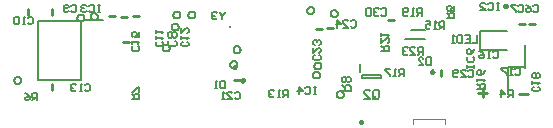
<source format=gbo>
%FSTAX23Y23*%
%MOIN*%
%SFA1B1*%

%IPPOS*%
%ADD10C,0.003940*%
%ADD11C,0.009840*%
%ADD12C,0.010000*%
%ADD13C,0.007870*%
%ADD15C,0.006000*%
%ADD16C,0.005000*%
%ADD106C,0.005120*%
%LNpower_pcb_v2-1*%
%LPD*%
G54D10*
X00958Y01427D02*
D01*
X00958Y01427*
X00958Y01427*
X00958Y01427*
X00958Y01427*
X00958Y01426*
X00958Y01426*
X00958Y01426*
X00958Y01426*
X00958Y01426*
X00958Y01426*
X00958Y01426*
X00958Y01426*
X00959Y01426*
X00959Y01425*
X00959Y01425*
X00959Y01425*
X00959Y01425*
X00959Y01425*
X00959Y01425*
X00959Y01425*
X0096Y01425*
X0096Y01425*
X0096*
X0096Y01425*
X0096Y01425*
X0096Y01425*
X0096Y01425*
X00961Y01425*
X00961Y01425*
X00961Y01425*
X00961Y01425*
X00961Y01426*
X00961Y01426*
X00961Y01426*
X00961Y01426*
X00961Y01426*
X00961Y01426*
X00962Y01426*
X00962Y01426*
X00962Y01426*
X00962Y01427*
X00962Y01427*
X00962Y01427*
X00962Y01427*
X00962Y01427*
D01*
X00962Y01427*
X00962Y01427*
X00962Y01427*
X00962Y01428*
X00962Y01428*
X00962Y01428*
X00962Y01428*
X00961Y01428*
X00961Y01428*
X00961Y01428*
X00961Y01428*
X00961Y01429*
X00961Y01429*
X00961Y01429*
X00961Y01429*
X00961Y01429*
X00961Y01429*
X0096Y01429*
X0096Y01429*
X0096Y01429*
X0096Y01429*
X0096Y01429*
X0096*
X0096Y01429*
X00959Y01429*
X00959Y01429*
X00959Y01429*
X00959Y01429*
X00959Y01429*
X00959Y01429*
X00959Y01429*
X00959Y01429*
X00958Y01429*
X00958Y01428*
X00958Y01428*
X00958Y01428*
X00958Y01428*
X00958Y01428*
X00958Y01428*
X00958Y01428*
X00958Y01428*
X00958Y01427*
X00958Y01427*
X00958Y01427*
X00958Y01427*
X01571Y01101D02*
Y01117D01*
X0168*
Y01101D02*
Y01117D01*
G54D11*
X01641Y01275D02*
D01*
X01641Y01275*
X01641Y01276*
X01641Y01276*
X0164Y01276*
X0164Y01277*
X0164Y01277*
X0164Y01277*
X0164Y01277*
X0164Y01278*
X01639Y01278*
X01639Y01278*
X01639Y01279*
X01639Y01279*
X01638Y01279*
X01638Y01279*
X01638Y01279*
X01638Y01279*
X01637Y0128*
X01637Y0128*
X01637Y0128*
X01636Y0128*
X01636Y0128*
X01636*
X01635Y0128*
X01635Y0128*
X01635Y0128*
X01634Y0128*
X01634Y01279*
X01634Y01279*
X01633Y01279*
X01633Y01279*
X01633Y01279*
X01632Y01279*
X01632Y01278*
X01632Y01278*
X01632Y01278*
X01632Y01277*
X01631Y01277*
X01631Y01277*
X01631Y01277*
X01631Y01276*
X01631Y01276*
X01631Y01276*
X01631Y01275*
X01631Y01275*
X01631Y01275*
X01631Y01274*
X01631Y01274*
X01631Y01273*
X01631Y01273*
X01631Y01273*
X01631Y01273*
X01632Y01272*
X01632Y01272*
X01632Y01272*
X01632Y01271*
X01632Y01271*
X01633Y01271*
X01633Y01271*
X01633Y01271*
X01634Y0127*
X01634Y0127*
X01634Y0127*
X01635Y0127*
X01635Y0127*
X01635Y0127*
X01636Y0127*
X01636*
X01636Y0127*
X01637Y0127*
X01637Y0127*
X01637Y0127*
X01638Y0127*
X01638Y0127*
X01638Y01271*
X01638Y01271*
X01639Y01271*
X01639Y01271*
X01639Y01271*
X01639Y01272*
X0164Y01272*
X0164Y01272*
X0164Y01273*
X0164Y01273*
X0164Y01273*
X0164Y01273*
X01641Y01274*
X01641Y01274*
X01641Y01275*
X01641Y01275*
X01884Y01495D02*
D01*
X01884Y01495*
X01884Y01495*
X01884Y01496*
X01884Y01496*
X01884Y01496*
X01884Y01497*
X01884Y01497*
X01884Y01497*
X01883Y01497*
X01883Y01498*
X01883Y01498*
X01883Y01498*
X01883Y01498*
X01882Y01499*
X01882Y01499*
X01882Y01499*
X01881Y01499*
X01881Y01499*
X01881Y01499*
X0188Y01499*
X0188Y01499*
X0188Y01499*
X01879*
X01879Y01499*
X01879Y01499*
X01878Y01499*
X01878Y01499*
X01878Y01499*
X01877Y01499*
X01877Y01499*
X01877Y01499*
X01876Y01498*
X01876Y01498*
X01876Y01498*
X01876Y01498*
X01876Y01497*
X01875Y01497*
X01875Y01497*
X01875Y01497*
X01875Y01496*
X01875Y01496*
X01875Y01496*
X01875Y01495*
X01875Y01495*
X01875Y01495*
X01875Y01494*
X01875Y01494*
X01875Y01493*
X01875Y01493*
X01875Y01493*
X01875Y01492*
X01875Y01492*
X01875Y01492*
X01876Y01492*
X01876Y01491*
X01876Y01491*
X01876Y01491*
X01876Y01491*
X01877Y0149*
X01877Y0149*
X01877Y0149*
X01878Y0149*
X01878Y0149*
X01878Y0149*
X01879Y0149*
X01879Y0149*
X01879Y0149*
X0188*
X0188Y0149*
X0188Y0149*
X01881Y0149*
X01881Y0149*
X01881Y0149*
X01882Y0149*
X01882Y0149*
X01882Y0149*
X01883Y01491*
X01883Y01491*
X01883Y01491*
X01883Y01491*
X01883Y01492*
X01884Y01492*
X01884Y01492*
X01884Y01492*
X01884Y01493*
X01884Y01493*
X01884Y01493*
X01884Y01494*
X01884Y01494*
X01884Y01495*
X0101Y01247D02*
D01*
X0101Y01248*
X0101Y01248*
X0101Y01248*
X0101Y01249*
X01009Y01249*
X01009Y01249*
X01009Y01249*
X01009Y0125*
X01009Y0125*
X01009Y0125*
X01008Y01251*
X01008Y01251*
X01008Y01251*
X01008Y01251*
X01007Y01251*
X01007Y01252*
X01007Y01252*
X01006Y01252*
X01006Y01252*
X01006Y01252*
X01005Y01252*
X01005Y01252*
X01005*
X01004Y01252*
X01004Y01252*
X01004Y01252*
X01003Y01252*
X01003Y01252*
X01003Y01252*
X01002Y01251*
X01002Y01251*
X01002Y01251*
X01002Y01251*
X01001Y01251*
X01001Y0125*
X01001Y0125*
X01001Y0125*
X01001Y01249*
X01Y01249*
X01Y01249*
X01Y01249*
X01Y01248*
X01Y01248*
X01Y01248*
X01Y01247*
X01Y01247*
X01Y01246*
X01Y01246*
X01Y01246*
X01Y01245*
X01Y01245*
X01001Y01245*
X01001Y01245*
X01001Y01244*
X01001Y01244*
X01001Y01244*
X01002Y01244*
X01002Y01243*
X01002Y01243*
X01002Y01243*
X01003Y01243*
X01003Y01243*
X01003Y01243*
X01004Y01242*
X01004Y01242*
X01004Y01242*
X01005Y01242*
X01005*
X01005Y01242*
X01006Y01242*
X01006Y01242*
X01006Y01243*
X01007Y01243*
X01007Y01243*
X01007Y01243*
X01008Y01243*
X01008Y01243*
X01008Y01244*
X01008Y01244*
X01009Y01244*
X01009Y01244*
X01009Y01245*
X01009Y01245*
X01009Y01245*
X01009Y01245*
X0101Y01246*
X0101Y01246*
X0101Y01246*
X0101Y01247*
X0101Y01247*
G54D12*
X01403Y01107D02*
D01*
X01403Y01108*
X01403Y01108*
X01403Y01108*
X01402Y01109*
X01402Y01109*
X01402Y01109*
X01402Y01109*
X01402Y0111*
X01402Y0111*
X01402Y0111*
X01401Y0111*
X01401Y01111*
X01401Y01111*
X01401Y01111*
X014Y01111*
X014Y01111*
X014Y01111*
X014Y01111*
X01399Y01112*
X01399Y01112*
X01399Y01112*
X01398Y01112*
X01398*
X01398Y01112*
X01397Y01112*
X01397Y01112*
X01397Y01111*
X01397Y01111*
X01396Y01111*
X01396Y01111*
X01396Y01111*
X01396Y01111*
X01395Y01111*
X01395Y0111*
X01395Y0111*
X01395Y0111*
X01395Y0111*
X01394Y01109*
X01394Y01109*
X01394Y01109*
X01394Y01109*
X01394Y01108*
X01394Y01108*
X01394Y01108*
X01394Y01107*
X01394Y01107*
X01394Y01107*
X01394Y01106*
X01394Y01106*
X01394Y01106*
X01394Y01106*
X01394Y01105*
X01395Y01105*
X01395Y01105*
X01395Y01104*
X01395Y01104*
X01395Y01104*
X01396Y01104*
X01396Y01104*
X01396Y01103*
X01396Y01103*
X01397Y01103*
X01397Y01103*
X01397Y01103*
X01397Y01103*
X01398Y01103*
X01398Y01103*
X01398*
X01399Y01103*
X01399Y01103*
X01399Y01103*
X014Y01103*
X014Y01103*
X014Y01103*
X014Y01103*
X01401Y01104*
X01401Y01104*
X01401Y01104*
X01401Y01104*
X01402Y01104*
X01402Y01105*
X01402Y01105*
X01402Y01105*
X01402Y01106*
X01402Y01106*
X01402Y01106*
X01403Y01106*
X01403Y01107*
X01403Y01107*
X01403Y01107*
X01664Y0126D02*
Y0128D01*
X0149Y01449D02*
X0151D01*
X01805Y0119D02*
Y0122D01*
X01925Y012D02*
X01955D01*
X0179Y01205D02*
X0182D01*
X0196Y01434D02*
X0198D01*
X0125Y01419D02*
X0127D01*
X01285Y0142D02*
X01305D01*
X00975Y01249D02*
X00995D01*
X00605Y01374D02*
X00625D01*
X0064Y0146D02*
X0066D01*
X006Y01459D02*
X0062D01*
X0056Y0146D02*
X0058D01*
X0037Y01465D02*
Y01485D01*
X0029Y01465D02*
Y01485D01*
X00369Y01215D02*
Y01235D01*
X01925Y01434D02*
X01945D01*
G54D13*
X00978Y01286D02*
D01*
X00978Y01286*
X00979Y01286*
X00979Y01286*
X00979Y01286*
X0098Y01286*
X0098Y01286*
X0098Y01286*
X0098Y01286*
X0098Y01286*
X00981Y01286*
X00981Y01287*
X00981Y01287*
X00981Y01287*
X00981Y01287*
X00982Y01288*
X00982Y01288*
X00982Y01288*
X00982Y01288*
X00982Y01289*
X00982Y01289*
X00982Y01289*
X00982Y01289*
Y0129*
X00982Y0129*
X00982Y0129*
X00982Y0129*
X00982Y01291*
X00982Y01291*
X00982Y01291*
X00982Y01291*
X00981Y01292*
X00981Y01292*
X00981Y01292*
X00981Y01292*
X00981Y01293*
X0098Y01293*
X0098Y01293*
X0098Y01293*
X0098Y01293*
X0098Y01293*
X00979Y01293*
X00979Y01293*
X00979Y01293*
X00978Y01293*
X00978Y01293*
D01*
X00978Y01293*
X00978Y01293*
X00977Y01293*
X00977Y01293*
X00977Y01293*
X00977Y01293*
X00976Y01293*
X00976Y01293*
X00976Y01293*
X00976Y01293*
X00975Y01292*
X00975Y01292*
X00975Y01292*
X00975Y01292*
X00975Y01291*
X00975Y01291*
X00975Y01291*
X00974Y01291*
X00974Y0129*
X00974Y0129*
X00974Y0129*
X00974Y0129*
Y01289*
X00974Y01289*
X00974Y01289*
X00974Y01289*
X00974Y01288*
X00975Y01288*
X00975Y01288*
X00975Y01288*
X00975Y01287*
X00975Y01287*
X00975Y01287*
X00975Y01287*
X00976Y01286*
X00976Y01286*
X00976Y01286*
X00976Y01286*
X00977Y01286*
X00977Y01286*
X00977Y01286*
X00977Y01286*
X00978Y01286*
X00978Y01286*
X00978Y01286*
X01396Y01276D02*
Y01302D01*
X01403Y01263D02*
X01466D01*
Y01256D02*
Y01263D01*
X01403Y01256D02*
X01466D01*
X01403D02*
Y01263D01*
X01794Y01412D02*
X01885D01*
X01794Y01347D02*
Y01412D01*
Y01347D02*
X01885D01*
X01547Y01384D02*
X01613D01*
X01566Y01415D02*
X01613D01*
X00321Y01446D02*
X00467D01*
X00321Y01249D02*
Y01446D01*
Y01249D02*
X00467D01*
Y01446*
X0048Y01447D02*
X00539D01*
G54D15*
X0144Y0119D02*
Y0121D01*
X01445Y01215*
X01454*
X01459Y0121*
Y0119*
X01454Y01185*
X01445*
X0145Y01195D02*
X0144Y01185D01*
X01445D02*
X0144Y0119D01*
X0141Y01185D02*
X0143D01*
X0141Y01205*
Y0121*
X01415Y01215*
X01425*
X0143Y0121*
X01335Y0121D02*
X01365D01*
Y01225*
X0136Y0123*
X0135*
X01345Y01225*
Y0121*
Y0122D02*
X01335Y0123D01*
X0136Y0124D02*
X01365Y01245D01*
Y01254*
X0136Y01259*
X01355*
X0135Y01254*
X01345Y01259*
X0134*
X01335Y01254*
Y01245*
X0134Y0124*
X01345*
X0135Y01245*
X01355Y0124*
X0136*
X0135Y01245D02*
Y01254D01*
X00779Y01379D02*
X00784Y01374D01*
Y01365*
X00779Y0136*
X0076*
X00755Y01365*
Y01374*
X0076Y01379*
X00779Y01389D02*
X00784Y01394D01*
Y01404*
X00779Y01409*
X00774*
X00769Y01404*
X00765Y01409*
X0076*
X00755Y01404*
Y01394*
X0076Y01389*
X00765*
X00769Y01394*
X00774Y01389*
X00779*
X00769Y01394D02*
Y01404D01*
X00635Y01185D02*
X00659D01*
Y01197*
X00655Y01201*
X00647*
X00643Y01197*
Y01185*
Y01193D02*
X00635Y01201D01*
X00659Y01209D02*
Y01226D01*
X00655*
X00639Y01209*
X00635*
G54D16*
X0189Y0129D02*
X01945D01*
X0189Y01218D02*
Y0129D01*
X01945Y01289D02*
Y01363D01*
X01786Y01397D02*
Y01372D01*
X01769*
X01745Y01397D02*
X01761D01*
Y01372*
X01745*
X01761Y01385D02*
X01753D01*
X01736Y01397D02*
Y01372D01*
X01724*
X0172Y01376*
Y01393*
X01724Y01397*
X01736*
X01711Y01372D02*
X01703D01*
X01707*
Y01397*
X01711Y01393*
X01632Y01323D02*
Y01298D01*
X0162*
X01616Y01302*
Y01319*
X0162Y01323*
X01632*
X01591Y01298D02*
X01607D01*
X01591Y01315*
Y01319*
X01595Y01323*
X01603*
X01607Y01319*
X01676Y01418D02*
Y01443D01*
X01664*
X0166Y01439*
Y0143*
X01664Y01426*
X01676*
X01668D02*
X0166Y01418D01*
X01651D02*
X01643D01*
X01647*
Y01443*
X01651Y01439*
X01614Y01443D02*
X0163D01*
Y0143*
X01622Y01435*
X01618*
X01614Y0143*
Y01422*
X01618Y01418*
X01626*
X0163Y01422*
X01541Y01261D02*
Y01286D01*
X01528*
X01524Y01282*
Y01273*
X01528Y01269*
X01541*
X01532D02*
X01524Y01261D01*
X01516D02*
X01507D01*
X01512*
Y01286*
X01516Y01282*
X01495Y01286D02*
X01478D01*
Y01282*
X01495Y01265*
Y01261*
X01601Y01462D02*
Y01487D01*
X01588*
X01584Y01483*
Y01475*
X01588Y0147*
X01601*
X01592D02*
X01584Y01462D01*
X01576D02*
X01567D01*
X01572*
Y01487*
X01576Y01483*
X01555Y01466D02*
X01551Y01462D01*
X01542*
X01538Y01466*
Y01483*
X01542Y01487*
X01551*
X01555Y01483*
Y01479*
X01551Y01475*
X01538*
X01467Y01345D02*
X01492D01*
Y01358*
X01488Y01362*
X0148*
X01475Y01358*
Y01345*
Y01354D02*
X01467Y01362D01*
Y01387D02*
Y0137D01*
X01484Y01387*
X01488*
X01492Y01383*
Y01375*
X01488Y0137*
X01467Y01395D02*
Y01404D01*
Y01399*
X01492*
X01488Y01395*
X01605Y01332D02*
Y01357D01*
X01592*
X01588Y01353*
Y01345*
X01592Y0134*
X01605*
X01597D02*
X01588Y01332D01*
X01563D02*
X0158D01*
X01563Y01349*
Y01353*
X01567Y01357*
X01576*
X0158Y01353*
X01555D02*
X01551Y01357D01*
X01542*
X01538Y01353*
Y01349*
X01542Y01345*
X01547*
X01542*
X01538Y0134*
Y01336*
X01542Y01332*
X01551*
X01555Y01336*
X01777Y01288D02*
Y01297D01*
Y01292*
X01752*
Y01288*
Y01297*
X01773Y01326D02*
X01777Y01322D01*
Y01313*
X01773Y01309*
X01756*
X01752Y01313*
Y01322*
X01756Y01326*
X01777Y01351D02*
X01773Y01342D01*
X01765Y01334*
X01756*
X01752Y01338*
Y01347*
X01756Y01351*
X0176*
X01765Y01347*
Y01334*
X01756Y01278D02*
X0176Y01282D01*
X01769*
X01773Y01278*
Y01261*
X01769Y01257*
X0176*
X01756Y01261*
X01731Y01257D02*
X01748D01*
X01731Y01274*
Y01278*
X01735Y01282*
X01744*
X01748Y01278*
X01723Y01261D02*
X01719Y01257D01*
X0171*
X01706Y01261*
Y01278*
X0171Y01282*
X01719*
X01723Y01278*
Y01274*
X01719Y0127*
X01706*
X01466Y01483D02*
X0147Y01487D01*
X01479*
X01483Y01483*
Y01466*
X01479Y01462*
X0147*
X01466Y01466*
X01458Y01483D02*
X01454Y01487D01*
X01445*
X01441Y01483*
Y01479*
X01445Y01475*
X0145*
X01445*
X01441Y0147*
Y01466*
X01445Y01462*
X01454*
X01458Y01466*
X01433Y01483D02*
X01429Y01487D01*
X0142*
X01416Y01483*
Y01466*
X0142Y01462*
X01429*
X01433Y01466*
Y01483*
X01787Y01218D02*
X01812D01*
Y01231*
X01808Y01235*
X018*
X01795Y01231*
Y01218*
Y01227D02*
X01787Y01235D01*
Y01243D02*
Y01252D01*
Y01247*
X01812*
X01808Y01243*
X01812Y01281D02*
X01808Y01272D01*
X018Y01264*
X01791*
X01787Y01268*
Y01277*
X01791Y01281*
X01795*
X018Y01277*
Y01264*
X00945Y01474D02*
Y0147D01*
X00936Y01462*
X00928Y0147*
Y01474*
X00936Y01462D02*
Y0145D01*
X0092Y0147D02*
X00915Y01474D01*
X00907*
X00903Y0147*
Y01466*
X00907Y01462*
X00911*
X00907*
X00903Y01458*
Y01454*
X00907Y0145*
X00915*
X0092Y01454*
X01155Y0119D02*
Y01214D01*
X01142*
X01138Y0121*
Y01202*
X01142Y01198*
X01155*
X01146D02*
X01138Y0119D01*
X0113D02*
X01121D01*
X01125*
Y01214*
X0113Y0121*
X01109D02*
X01105Y01214D01*
X01096*
X01092Y0121*
Y01206*
X01096Y01202*
X011*
X01096*
X01092Y01198*
Y01194*
X01096Y0119*
X01105*
X01109Y01194*
X00978Y01205D02*
X00982Y01209D01*
X0099*
X00995Y01205*
Y01189*
X0099Y01185*
X00982*
X00978Y01189*
X00953Y01185D02*
X0097D01*
X00953Y01201*
Y01205*
X00957Y01209*
X00965*
X0097Y01205*
X00945Y01185D02*
X00936D01*
X0094*
Y01209*
X00945Y01205*
X01364Y01443D02*
X01368Y01447D01*
X01377*
X01381Y01443*
Y01427*
X01377Y01422*
X01368*
X01364Y01427*
X01339Y01422D02*
X01356D01*
X01339Y01439*
Y01443*
X01343Y01447*
X01352*
X01356Y01443*
X01318Y01422D02*
Y01447D01*
X01331Y01435*
X01314*
X0126Y01331D02*
X01264Y01327D01*
Y01319*
X0126Y01315*
X01244*
X0124Y01319*
Y01327*
X01244Y01331*
X0124Y01356D02*
Y01339D01*
X01256Y01356*
X0126*
X01264Y01352*
Y01344*
X0126Y01339*
Y01364D02*
X01264Y01369D01*
Y01377*
X0126Y01381*
X01256*
X01252Y01377*
Y01373*
Y01377*
X01248Y01381*
X01244*
X0124Y01377*
Y01369*
X01244Y01364*
X0125Y01224D02*
X01241D01*
X01245*
Y012*
X0125*
X01241*
X01212Y0122D02*
X01216Y01224D01*
X01225*
X01229Y0122*
Y01204*
X01225Y012*
X01216*
X01212Y01204*
X01191Y012D02*
Y01224D01*
X01204Y01212*
X01187*
X01973Y01495D02*
X01977Y01499D01*
X01985*
X0199Y01495*
Y01479*
X01985Y01475*
X01977*
X01973Y01479*
X01948Y01499D02*
X01956Y01495D01*
X01965Y01487*
Y01479*
X0196Y01475*
X01952*
X01948Y01479*
Y01483*
X01952Y01487*
X01965*
X00945Y01244D02*
Y0122D01*
X00932*
X00928Y01224*
Y0124*
X00932Y01244*
X00945*
X0092Y0122D02*
X00911D01*
X00915*
Y01244*
X0092Y0124*
X0199Y01226D02*
X01994Y01222D01*
Y01214*
X0199Y0121*
X01974*
X0197Y01214*
Y01222*
X01974Y01226*
X0197Y01234D02*
Y01243D01*
Y01239*
X01994*
X0199Y01234*
Y01255D02*
X01994Y01259D01*
Y01268*
X0199Y01272*
X01986*
X01982Y01268*
X01978Y01272*
X01974*
X0197Y01268*
Y01259*
X01974Y01255*
X01978*
X01982Y01259*
X01986Y01255*
X0199*
X01982Y01259D02*
Y01268D01*
X01913Y01285D02*
X01917Y01289D01*
X01925*
X0193Y01285*
Y01269*
X01925Y01265*
X01917*
X01913Y01269*
X01905Y01265D02*
X01896D01*
X019*
Y01289*
X01905Y01285*
X01884Y01289D02*
X01867D01*
Y01285*
X01884Y01269*
Y01265*
X01839Y0134D02*
X01843Y01344D01*
X01851*
X01855Y0134*
Y01324*
X01851Y0132*
X01843*
X01839Y01324*
X0183Y0132D02*
X01822D01*
X01826*
Y01344*
X0183Y0134*
X01793Y01344D02*
X01801Y0134D01*
X0181Y01332*
Y01324*
X01805Y0132*
X01797*
X01793Y01324*
Y01328*
X01797Y01332*
X0181*
X00655Y01361D02*
X00659Y01357D01*
Y01349*
X00655Y01345*
X00639*
X00635Y01349*
Y01357*
X00639Y01361*
X00635Y01369D02*
Y01378D01*
Y01374*
X00659*
X00655Y01369*
X00659Y01407D02*
Y0139D01*
X00647*
X00651Y01399*
Y01403*
X00647Y01407*
X00639*
X00635Y01403*
Y01394*
X00639Y0139*
X00288Y01455D02*
X00292Y01459D01*
X003*
X00305Y01455*
Y01439*
X003Y01435*
X00292*
X00288Y01439*
X0028Y01435D02*
X00271D01*
X00275*
Y01459*
X0028Y01455*
X00259D02*
X00255Y01459D01*
X00246*
X00242Y01455*
Y01439*
X00246Y01435*
X00255*
X00259Y01439*
Y01455*
X00433Y01495D02*
X00437Y01499D01*
X00445*
X0045Y01495*
Y01479*
X00445Y01475*
X00437*
X00433Y01479*
X00425D02*
X0042Y01475D01*
X00412*
X00408Y01479*
Y01495*
X00412Y01499*
X0042*
X00425Y01495*
Y01491*
X0042Y01487*
X00408*
X00735Y01376D02*
X00739Y01372D01*
Y01364*
X00735Y0136*
X00719*
X00715Y01364*
Y01372*
X00719Y01376*
X00715Y01384D02*
Y01393D01*
Y01389*
X00739*
X00735Y01384*
X00715Y01405D02*
Y01414D01*
Y01409*
X00739*
X00735Y01405*
X0082Y01376D02*
X00824Y01372D01*
Y01364*
X0082Y0136*
X00804*
X008Y01364*
Y01372*
X00804Y01376*
X008Y01384D02*
Y01393D01*
Y01389*
X00824*
X0082Y01384*
X008Y01422D02*
Y01405D01*
X00816Y01422*
X0082*
X00824Y01418*
Y01409*
X0082Y01405*
X00478Y0123D02*
X00482Y01234D01*
X0049*
X00495Y0123*
Y01214*
X0049Y0121*
X00482*
X00478Y01214*
X0047Y0121D02*
X00461D01*
X00465*
Y01234*
X0047Y0123*
X00449D02*
X00445Y01234D01*
X00436*
X00432Y0123*
Y01226*
X00436Y01222*
X0044*
X00436*
X00432Y01218*
Y01214*
X00436Y0121*
X00445*
X00449Y01214*
X01685Y01455D02*
X01709D01*
Y01467*
X01705Y01471*
X01697*
X01693Y01467*
Y01455*
Y01463D02*
X01685Y01471D01*
X01709Y01496D02*
Y01479D01*
X01697*
X01701Y01488*
Y01492*
X01697Y01496*
X01689*
X01685Y01492*
Y01484*
X01689Y01479*
X01905Y0119D02*
Y01215D01*
X01892*
X01888Y01211*
Y01202*
X01892Y01198*
X01905*
X01896D02*
X01888Y0119D01*
X01867D02*
Y01215D01*
X0188Y01202*
X01863*
X0032Y0118D02*
Y01204D01*
X00307*
X00303Y012*
Y01192*
X00307Y01188*
X0032*
X00311D02*
X00303Y0118D01*
X00278Y01204D02*
X00286Y012D01*
X00295Y01192*
Y01184*
X0029Y0118*
X00282*
X00278Y01184*
Y01188*
X00282Y01192*
X00295*
X0186Y01504D02*
X01851D01*
X01855*
Y0148*
X0186*
X01851*
X01822Y015D02*
X01826Y01504D01*
X01835*
X01839Y015*
Y01484*
X01835Y0148*
X01826*
X01822Y01484*
X01797Y0148D02*
X01814D01*
X01797Y01496*
Y015*
X01801Y01504*
X0181*
X01814Y015*
X0053Y01499D02*
X00521D01*
X00525*
Y01475*
X0053*
X00521*
X00492Y01495D02*
X00496Y01499D01*
X00505*
X00509Y01495*
Y01479*
X00505Y01475*
X00496*
X00492Y01479*
X00484Y01495D02*
X0048Y01499D01*
X00471*
X00467Y01495*
Y01491*
X00471Y01487*
X00475*
X00471*
X00467Y01483*
Y01479*
X00471Y01475*
X0048*
X00484Y01479*
X01923Y01495D02*
X01927Y01499D01*
X01935*
X0194Y01495*
Y01479*
X01935Y01475*
X01927*
X01923Y01479*
X01915Y01499D02*
X01898D01*
Y01495*
X01915Y01479*
Y01475*
G54D106*
X00846Y01465D02*
D01*
X00846Y01465*
X00846Y01466*
X00846Y01467*
X00846Y01468*
X00846Y01469*
X00845Y01469*
X00845Y0147*
X00845Y01471*
X00844Y01471*
X00844Y01472*
X00843Y01473*
X00842Y01473*
X00842Y01474*
X00841Y01474*
X0084Y01475*
X0084Y01475*
X00839Y01475*
X00838Y01476*
X00837Y01476*
X00837Y01476*
X00836Y01476*
X00835Y01476*
X00834*
X00833Y01476*
X00832Y01476*
X00832Y01476*
X00831Y01476*
X0083Y01475*
X00829Y01475*
X00829Y01475*
X00828Y01474*
X00827Y01474*
X00827Y01473*
X00826Y01473*
X00825Y01472*
X00825Y01471*
X00824Y01471*
X00824Y0147*
X00824Y01469*
X00823Y01469*
X00823Y01468*
X00823Y01467*
X00823Y01466*
X00823Y01465*
X00823Y01465*
X00823Y01464*
X00823Y01463*
X00823Y01462*
X00823Y01461*
X00823Y0146*
X00824Y0146*
X00824Y01459*
X00824Y01458*
X00825Y01458*
X00825Y01457*
X00826Y01456*
X00827Y01456*
X00827Y01455*
X00828Y01455*
X00829Y01454*
X00829Y01454*
X0083Y01454*
X00831Y01453*
X00832Y01453*
X00832Y01453*
X00833Y01453*
X00834Y01453*
X00835*
X00836Y01453*
X00837Y01453*
X00837Y01453*
X00838Y01453*
X00839Y01454*
X0084Y01454*
X0084Y01454*
X00841Y01455*
X00842Y01455*
X00842Y01456*
X00843Y01456*
X00844Y01457*
X00844Y01458*
X00845Y01458*
X00845Y01459*
X00845Y0146*
X00846Y0146*
X00846Y01461*
X00846Y01462*
X00846Y01463*
X00846Y01464*
X00846Y01465*
X00761Y01355D02*
D01*
X00761Y01355*
X00761Y01356*
X00761Y01357*
X00761Y01358*
X00761Y01359*
X0076Y01359*
X0076Y0136*
X0076Y01361*
X00759Y01361*
X00759Y01362*
X00758Y01363*
X00757Y01363*
X00757Y01364*
X00756Y01364*
X00755Y01365*
X00755Y01365*
X00754Y01365*
X00753Y01366*
X00752Y01366*
X00752Y01366*
X00751Y01366*
X0075Y01366*
X00749*
X00748Y01366*
X00747Y01366*
X00747Y01366*
X00746Y01366*
X00745Y01365*
X00744Y01365*
X00744Y01365*
X00743Y01364*
X00742Y01364*
X00742Y01363*
X00741Y01363*
X0074Y01362*
X0074Y01361*
X00739Y01361*
X00739Y0136*
X00739Y01359*
X00738Y01359*
X00738Y01358*
X00738Y01357*
X00738Y01356*
X00738Y01355*
X00738Y01355*
X00738Y01354*
X00738Y01353*
X00738Y01352*
X00738Y01351*
X00738Y0135*
X00739Y0135*
X00739Y01349*
X00739Y01348*
X0074Y01348*
X0074Y01347*
X00741Y01346*
X00742Y01346*
X00742Y01345*
X00743Y01345*
X00744Y01344*
X00744Y01344*
X00745Y01344*
X00746Y01343*
X00747Y01343*
X00747Y01343*
X00748Y01343*
X00749Y01343*
X0075*
X00751Y01343*
X00752Y01343*
X00752Y01343*
X00753Y01343*
X00754Y01344*
X00755Y01344*
X00755Y01344*
X00756Y01345*
X00757Y01345*
X00757Y01346*
X00758Y01346*
X00759Y01347*
X00759Y01348*
X0076Y01348*
X0076Y01349*
X0076Y0135*
X00761Y0135*
X00761Y01351*
X00761Y01352*
X00761Y01353*
X00761Y01354*
X00761Y01355*
X00986Y013D02*
D01*
X00986Y013*
X00986Y01301*
X00986Y01302*
X00986Y01303*
X00986Y01304*
X00985Y01304*
X00985Y01305*
X00985Y01306*
X00984Y01306*
X00984Y01307*
X00983Y01308*
X00982Y01308*
X00982Y01309*
X00981Y01309*
X0098Y0131*
X0098Y0131*
X00979Y0131*
X00978Y01311*
X00977Y01311*
X00977Y01311*
X00976Y01311*
X00975Y01311*
X00974*
X00973Y01311*
X00972Y01311*
X00972Y01311*
X00971Y01311*
X0097Y0131*
X00969Y0131*
X00969Y0131*
X00968Y01309*
X00967Y01309*
X00967Y01308*
X00966Y01308*
X00965Y01307*
X00965Y01306*
X00964Y01306*
X00964Y01305*
X00964Y01304*
X00963Y01304*
X00963Y01303*
X00963Y01302*
X00963Y01301*
X00963Y013*
X00963Y013*
X00963Y01299*
X00963Y01298*
X00963Y01297*
X00963Y01296*
X00963Y01295*
X00964Y01295*
X00964Y01294*
X00964Y01293*
X00965Y01293*
X00965Y01292*
X00966Y01291*
X00967Y01291*
X00967Y0129*
X00968Y0129*
X00969Y01289*
X00969Y01289*
X0097Y01289*
X00971Y01288*
X00972Y01288*
X00972Y01288*
X00973Y01288*
X00974Y01288*
X00975*
X00976Y01288*
X00977Y01288*
X00977Y01288*
X00978Y01288*
X00979Y01289*
X0098Y01289*
X0098Y01289*
X00981Y0129*
X00982Y0129*
X00982Y01291*
X00983Y01291*
X00984Y01292*
X00984Y01293*
X00985Y01293*
X00985Y01294*
X00985Y01295*
X00986Y01295*
X00986Y01296*
X00986Y01297*
X00986Y01298*
X00986Y01299*
X00986Y013*
X00791Y01425D02*
D01*
X00791Y01425*
X00791Y01426*
X00791Y01427*
X00791Y01428*
X00791Y01429*
X0079Y01429*
X0079Y0143*
X0079Y01431*
X00789Y01431*
X00789Y01432*
X00788Y01433*
X00787Y01433*
X00787Y01434*
X00786Y01434*
X00785Y01435*
X00785Y01435*
X00784Y01435*
X00783Y01436*
X00782Y01436*
X00782Y01436*
X00781Y01436*
X0078Y01436*
X00779*
X00778Y01436*
X00777Y01436*
X00777Y01436*
X00776Y01436*
X00775Y01435*
X00774Y01435*
X00774Y01435*
X00773Y01434*
X00772Y01434*
X00772Y01433*
X00771Y01433*
X0077Y01432*
X0077Y01431*
X00769Y01431*
X00769Y0143*
X00769Y01429*
X00768Y01429*
X00768Y01428*
X00768Y01427*
X00768Y01426*
X00768Y01425*
X00768Y01425*
X00768Y01424*
X00768Y01423*
X00768Y01422*
X00768Y01421*
X00768Y0142*
X00769Y0142*
X00769Y01419*
X00769Y01418*
X0077Y01418*
X0077Y01417*
X00771Y01416*
X00772Y01416*
X00772Y01415*
X00773Y01415*
X00774Y01414*
X00774Y01414*
X00775Y01414*
X00776Y01413*
X00777Y01413*
X00777Y01413*
X00778Y01413*
X00779Y01413*
X0078*
X00781Y01413*
X00782Y01413*
X00782Y01413*
X00783Y01413*
X00784Y01414*
X00785Y01414*
X00785Y01414*
X00786Y01415*
X00787Y01415*
X00787Y01416*
X00788Y01416*
X00789Y01417*
X00789Y01418*
X0079Y01418*
X0079Y01419*
X0079Y0142*
X00791Y0142*
X00791Y01421*
X00791Y01422*
X00791Y01423*
X00791Y01424*
X00791Y01425*
X00476Y01455D02*
D01*
X00476Y01455*
X00476Y01456*
X00476Y01457*
X00476Y01458*
X00476Y01459*
X00475Y01459*
X00475Y0146*
X00475Y01461*
X00474Y01461*
X00474Y01462*
X00473Y01463*
X00472Y01463*
X00472Y01464*
X00471Y01464*
X0047Y01465*
X0047Y01465*
X00469Y01465*
X00468Y01466*
X00467Y01466*
X00467Y01466*
X00466Y01466*
X00465Y01466*
X00464*
X00463Y01466*
X00462Y01466*
X00462Y01466*
X00461Y01466*
X0046Y01465*
X00459Y01465*
X00459Y01465*
X00458Y01464*
X00457Y01464*
X00457Y01463*
X00456Y01463*
X00455Y01462*
X00455Y01461*
X00454Y01461*
X00454Y0146*
X00454Y01459*
X00453Y01459*
X00453Y01458*
X00453Y01457*
X00453Y01456*
X00453Y01455*
X00453Y01455*
X00453Y01454*
X00453Y01453*
X00453Y01452*
X00453Y01451*
X00453Y0145*
X00454Y0145*
X00454Y01449*
X00454Y01448*
X00455Y01448*
X00455Y01447*
X00456Y01446*
X00457Y01446*
X00457Y01445*
X00458Y01445*
X00459Y01444*
X00459Y01444*
X0046Y01444*
X00461Y01443*
X00462Y01443*
X00462Y01443*
X00463Y01443*
X00464Y01443*
X00465*
X00466Y01443*
X00467Y01443*
X00467Y01443*
X00468Y01443*
X00469Y01444*
X0047Y01444*
X0047Y01444*
X00471Y01445*
X00472Y01445*
X00472Y01446*
X00473Y01446*
X00474Y01447*
X00474Y01448*
X00475Y01448*
X00475Y01449*
X00475Y0145*
X00476Y0145*
X00476Y01451*
X00476Y01452*
X00476Y01453*
X00476Y01454*
X00476Y01455*
X00521Y0146D02*
D01*
X00521Y0146*
X00521Y01461*
X00521Y01462*
X00521Y01463*
X00521Y01464*
X0052Y01464*
X0052Y01465*
X0052Y01466*
X00519Y01466*
X00519Y01467*
X00518Y01468*
X00517Y01468*
X00517Y01469*
X00516Y01469*
X00515Y0147*
X00515Y0147*
X00514Y0147*
X00513Y01471*
X00512Y01471*
X00512Y01471*
X00511Y01471*
X0051Y01471*
X00509*
X00508Y01471*
X00507Y01471*
X00507Y01471*
X00506Y01471*
X00505Y0147*
X00504Y0147*
X00504Y0147*
X00503Y01469*
X00502Y01469*
X00502Y01468*
X00501Y01468*
X005Y01467*
X005Y01466*
X00499Y01466*
X00499Y01465*
X00499Y01464*
X00498Y01464*
X00498Y01463*
X00498Y01462*
X00498Y01461*
X00498Y0146*
X00498Y0146*
X00498Y01459*
X00498Y01458*
X00498Y01457*
X00498Y01456*
X00498Y01455*
X00499Y01455*
X00499Y01454*
X00499Y01453*
X005Y01453*
X005Y01452*
X00501Y01451*
X00502Y01451*
X00502Y0145*
X00503Y0145*
X00504Y01449*
X00504Y01449*
X00505Y01449*
X00506Y01448*
X00507Y01448*
X00507Y01448*
X00508Y01448*
X00509Y01448*
X0051*
X00511Y01448*
X00512Y01448*
X00512Y01448*
X00513Y01448*
X00514Y01449*
X00515Y01449*
X00515Y01449*
X00516Y0145*
X00517Y0145*
X00517Y01451*
X00518Y01451*
X00519Y01452*
X00519Y01453*
X0052Y01453*
X0052Y01454*
X0052Y01455*
X00521Y01455*
X00521Y01456*
X00521Y01457*
X00521Y01458*
X00521Y01459*
X00521Y0146*
X01243Y0148D02*
D01*
X01243Y0148*
X01243Y01481*
X01243Y01482*
X01242Y01483*
X01242Y01484*
X01242Y01484*
X01241Y01485*
X01241Y01486*
X01241Y01486*
X0124Y01487*
X01239Y01488*
X01239Y01488*
X01238Y01489*
X01238Y01489*
X01237Y0149*
X01236Y0149*
X01235Y0149*
X01235Y01491*
X01234Y01491*
X01233Y01491*
X01232Y01491*
X01231Y01491*
X01231*
X0123Y01491*
X01229Y01491*
X01228Y01491*
X01227Y01491*
X01227Y0149*
X01226Y0149*
X01225Y0149*
X01224Y01489*
X01224Y01489*
X01223Y01488*
X01222Y01488*
X01222Y01487*
X01221Y01486*
X01221Y01486*
X01221Y01485*
X0122Y01484*
X0122Y01484*
X0122Y01483*
X01219Y01482*
X01219Y01481*
X01219Y0148*
X01219Y0148*
X01219Y01479*
X01219Y01478*
X01219Y01477*
X0122Y01476*
X0122Y01475*
X0122Y01475*
X01221Y01474*
X01221Y01473*
X01221Y01473*
X01222Y01472*
X01222Y01471*
X01223Y01471*
X01224Y0147*
X01224Y0147*
X01225Y01469*
X01226Y01469*
X01227Y01469*
X01227Y01468*
X01228Y01468*
X01229Y01468*
X0123Y01468*
X01231Y01468*
X01231*
X01232Y01468*
X01233Y01468*
X01234Y01468*
X01235Y01468*
X01235Y01469*
X01236Y01469*
X01237Y01469*
X01238Y0147*
X01238Y0147*
X01239Y01471*
X01239Y01471*
X0124Y01472*
X01241Y01473*
X01241Y01473*
X01241Y01474*
X01242Y01475*
X01242Y01475*
X01242Y01476*
X01243Y01477*
X01243Y01478*
X01243Y01479*
X01243Y0148*
X00266Y01247D02*
D01*
X00266Y01248*
X00266Y01248*
X00266Y01249*
X00266Y0125*
X00266Y01251*
X00265Y01252*
X00265Y01252*
X00264Y01253*
X00264Y01254*
X00263Y01254*
X00263Y01255*
X00262Y01256*
X00262Y01256*
X00261Y01257*
X0026Y01257*
X0026Y01257*
X00259Y01258*
X00258Y01258*
X00257Y01258*
X00256Y01258*
X00256Y01259*
X00255Y01259*
X00254*
X00253Y01259*
X00252Y01258*
X00252Y01258*
X00251Y01258*
X0025Y01258*
X00249Y01257*
X00249Y01257*
X00248Y01257*
X00247Y01256*
X00247Y01256*
X00246Y01255*
X00245Y01254*
X00245Y01254*
X00244Y01253*
X00244Y01252*
X00244Y01252*
X00243Y01251*
X00243Y0125*
X00243Y01249*
X00243Y01248*
X00243Y01248*
X00243Y01247*
X00243Y01246*
X00243Y01245*
X00243Y01244*
X00243Y01244*
X00243Y01243*
X00244Y01242*
X00244Y01241*
X00244Y01241*
X00245Y0124*
X00245Y01239*
X00246Y01239*
X00247Y01238*
X00247Y01238*
X00248Y01237*
X00249Y01237*
X00249Y01236*
X0025Y01236*
X00251Y01236*
X00252Y01235*
X00252Y01235*
X00253Y01235*
X00254Y01235*
X00255*
X00256Y01235*
X00256Y01235*
X00257Y01235*
X00258Y01236*
X00259Y01236*
X0026Y01236*
X0026Y01237*
X00261Y01237*
X00262Y01238*
X00262Y01238*
X00263Y01239*
X00263Y01239*
X00264Y0124*
X00264Y01241*
X00265Y01241*
X00265Y01242*
X00266Y01243*
X00266Y01244*
X00266Y01244*
X00266Y01245*
X00266Y01246*
X00266Y01247*
X00796Y01465D02*
D01*
X00796Y01465*
X00796Y01466*
X00796Y01467*
X00796Y01468*
X00796Y01469*
X00795Y01469*
X00795Y0147*
X00795Y01471*
X00794Y01471*
X00794Y01472*
X00793Y01473*
X00792Y01473*
X00792Y01474*
X00791Y01474*
X0079Y01475*
X0079Y01475*
X00789Y01475*
X00788Y01476*
X00787Y01476*
X00787Y01476*
X00786Y01476*
X00785Y01476*
X00784*
X00783Y01476*
X00782Y01476*
X00782Y01476*
X00781Y01476*
X0078Y01475*
X00779Y01475*
X00779Y01475*
X00778Y01474*
X00777Y01474*
X00777Y01473*
X00776Y01473*
X00775Y01472*
X00775Y01471*
X00774Y01471*
X00774Y0147*
X00774Y01469*
X00773Y01469*
X00773Y01468*
X00773Y01467*
X00773Y01466*
X00773Y01465*
X00773Y01465*
X00773Y01464*
X00773Y01463*
X00773Y01462*
X00773Y01461*
X00773Y0146*
X00774Y0146*
X00774Y01459*
X00774Y01458*
X00775Y01458*
X00775Y01457*
X00776Y01456*
X00777Y01456*
X00777Y01455*
X00778Y01455*
X00779Y01454*
X00779Y01454*
X0078Y01454*
X00781Y01453*
X00782Y01453*
X00782Y01453*
X00783Y01453*
X00784Y01453*
X00785*
X00786Y01453*
X00787Y01453*
X00787Y01453*
X00788Y01453*
X00789Y01454*
X0079Y01454*
X0079Y01454*
X00791Y01455*
X00792Y01455*
X00792Y01456*
X00793Y01456*
X00794Y01457*
X00794Y01458*
X00795Y01458*
X00795Y01459*
X00795Y0146*
X00796Y0146*
X00796Y01461*
X00796Y01462*
X00796Y01463*
X00796Y01464*
X00796Y01465*
X01321Y0147D02*
D01*
X01321Y0147*
X01321Y01471*
X01321Y01472*
X01321Y01473*
X01321Y01474*
X0132Y01474*
X0132Y01475*
X0132Y01476*
X01319Y01476*
X01319Y01477*
X01318Y01478*
X01317Y01478*
X01317Y01479*
X01316Y01479*
X01315Y0148*
X01315Y0148*
X01314Y0148*
X01313Y01481*
X01312Y01481*
X01312Y01481*
X01311Y01481*
X0131Y01481*
X01309*
X01308Y01481*
X01307Y01481*
X01307Y01481*
X01306Y01481*
X01305Y0148*
X01304Y0148*
X01304Y0148*
X01303Y01479*
X01302Y01479*
X01302Y01478*
X01301Y01478*
X013Y01477*
X013Y01476*
X01299Y01476*
X01299Y01475*
X01299Y01474*
X01298Y01474*
X01298Y01473*
X01298Y01472*
X01298Y01471*
X01298Y0147*
X01298Y0147*
X01298Y01469*
X01298Y01468*
X01298Y01467*
X01298Y01466*
X01298Y01465*
X01299Y01465*
X01299Y01464*
X01299Y01463*
X013Y01463*
X013Y01462*
X01301Y01461*
X01302Y01461*
X01302Y0146*
X01303Y0146*
X01304Y01459*
X01304Y01459*
X01305Y01459*
X01306Y01458*
X01307Y01458*
X01307Y01458*
X01308Y01458*
X01309Y01458*
X0131*
X01311Y01458*
X01312Y01458*
X01312Y01458*
X01313Y01458*
X01314Y01459*
X01315Y01459*
X01315Y01459*
X01316Y0146*
X01317Y0146*
X01317Y01461*
X01318Y01461*
X01319Y01462*
X01319Y01463*
X0132Y01463*
X0132Y01464*
X0132Y01465*
X01321Y01465*
X01321Y01466*
X01321Y01467*
X01321Y01468*
X01321Y01469*
X01321Y0147*
X01262Y01265D02*
D01*
X01262Y01265*
X01262Y01266*
X01262Y01267*
X01262Y01268*
X01262Y01269*
X01261Y01269*
X01261Y0127*
X01261Y01271*
X0126Y01271*
X0126Y01272*
X01259Y01273*
X01259Y01273*
X01258Y01274*
X01257Y01274*
X01257Y01275*
X01256Y01275*
X01255Y01275*
X01254Y01276*
X01253Y01276*
X01253Y01276*
X01252Y01276*
X01251Y01276*
X0125*
X01249Y01276*
X01249Y01276*
X01248Y01276*
X01247Y01276*
X01246Y01275*
X01245Y01275*
X01245Y01275*
X01244Y01274*
X01243Y01274*
X01243Y01273*
X01242Y01273*
X01242Y01272*
X01241Y01271*
X01241Y01271*
X0124Y0127*
X0124Y01269*
X0124Y01269*
X01239Y01268*
X01239Y01267*
X01239Y01266*
X01239Y01265*
X01239Y01265*
X01239Y01264*
X01239Y01263*
X01239Y01262*
X01239Y01261*
X0124Y0126*
X0124Y0126*
X0124Y01259*
X01241Y01258*
X01241Y01258*
X01242Y01257*
X01242Y01256*
X01243Y01256*
X01243Y01255*
X01244Y01255*
X01245Y01254*
X01245Y01254*
X01246Y01254*
X01247Y01253*
X01248Y01253*
X01249Y01253*
X01249Y01253*
X0125Y01253*
X01251*
X01252Y01253*
X01253Y01253*
X01253Y01253*
X01254Y01253*
X01255Y01254*
X01256Y01254*
X01257Y01254*
X01257Y01255*
X01258Y01255*
X01259Y01256*
X01259Y01256*
X0126Y01257*
X0126Y01258*
X01261Y01258*
X01261Y01259*
X01261Y0126*
X01262Y0126*
X01262Y01261*
X01262Y01262*
X01262Y01263*
X01262Y01264*
X01262Y01265*
X01266Y01295D02*
D01*
X01266Y01295*
X01266Y01296*
X01266Y01297*
X01266Y01298*
X01266Y01299*
X01265Y01299*
X01265Y013*
X01265Y01301*
X01264Y01301*
X01264Y01302*
X01263Y01303*
X01262Y01303*
X01262Y01304*
X01261Y01304*
X0126Y01305*
X0126Y01305*
X01259Y01305*
X01258Y01306*
X01257Y01306*
X01257Y01306*
X01256Y01306*
X01255Y01306*
X01254*
X01253Y01306*
X01252Y01306*
X01252Y01306*
X01251Y01306*
X0125Y01305*
X01249Y01305*
X01249Y01305*
X01248Y01304*
X01247Y01304*
X01247Y01303*
X01246Y01303*
X01245Y01302*
X01245Y01301*
X01244Y01301*
X01244Y013*
X01244Y01299*
X01243Y01299*
X01243Y01298*
X01243Y01297*
X01243Y01296*
X01243Y01295*
X01243Y01295*
X01243Y01294*
X01243Y01293*
X01243Y01292*
X01243Y01291*
X01243Y0129*
X01244Y0129*
X01244Y01289*
X01244Y01288*
X01245Y01288*
X01245Y01287*
X01246Y01286*
X01247Y01286*
X01247Y01285*
X01248Y01285*
X01249Y01284*
X01249Y01284*
X0125Y01284*
X01251Y01283*
X01252Y01283*
X01252Y01283*
X01253Y01283*
X01254Y01283*
X01255*
X01256Y01283*
X01257Y01283*
X01257Y01283*
X01258Y01283*
X01259Y01284*
X0126Y01284*
X0126Y01284*
X01261Y01285*
X01262Y01285*
X01262Y01286*
X01263Y01286*
X01264Y01287*
X01264Y01288*
X01265Y01288*
X01265Y01289*
X01265Y0129*
X01266Y0129*
X01266Y01291*
X01266Y01292*
X01266Y01293*
X01266Y01294*
X01266Y01295*
X00998Y01349D02*
D01*
X00998Y0135*
X00998Y01351*
X00997Y01352*
X00997Y01353*
X00997Y01353*
X00997Y01354*
X00996Y01355*
X00996Y01356*
X00995Y01356*
X00995Y01357*
X00994Y01358*
X00994Y01358*
X00993Y01359*
X00992Y01359*
X00992Y0136*
X00991Y0136*
X0099Y0136*
X00989Y01361*
X00989Y01361*
X00988Y01361*
X00987Y01361*
X00986Y01361*
X00985*
X00985Y01361*
X00984Y01361*
X00983Y01361*
X00982Y01361*
X00981Y0136*
X00981Y0136*
X0098Y0136*
X00979Y01359*
X00979Y01359*
X00978Y01358*
X00977Y01358*
X00977Y01357*
X00976Y01356*
X00976Y01356*
X00975Y01355*
X00975Y01354*
X00975Y01353*
X00974Y01353*
X00974Y01352*
X00974Y01351*
X00974Y0135*
X00974Y01349*
X00974Y01349*
X00974Y01348*
X00974Y01347*
X00974Y01346*
X00975Y01345*
X00975Y01345*
X00975Y01344*
X00976Y01343*
X00976Y01342*
X00977Y01342*
X00977Y01341*
X00978Y01341*
X00979Y0134*
X00979Y0134*
X0098Y01339*
X00981Y01339*
X00981Y01338*
X00982Y01338*
X00983Y01338*
X00984Y01338*
X00985Y01338*
X00985Y01338*
X00986*
X00987Y01338*
X00988Y01338*
X00989Y01338*
X00989Y01338*
X0099Y01338*
X00991Y01339*
X00992Y01339*
X00992Y0134*
X00993Y0134*
X00994Y01341*
X00994Y01341*
X00995Y01342*
X00995Y01342*
X00996Y01343*
X00996Y01344*
X00997Y01345*
X00997Y01345*
X00997Y01346*
X00997Y01347*
X00998Y01348*
X00998Y01349*
X00998Y01349*
X01341Y012D02*
D01*
X01341Y012*
X01341Y01201*
X01341Y01202*
X01341Y01203*
X01341Y01204*
X0134Y01204*
X0134Y01205*
X0134Y01206*
X01339Y01206*
X01339Y01207*
X01338Y01208*
X01337Y01208*
X01337Y01209*
X01336Y01209*
X01335Y0121*
X01335Y0121*
X01334Y0121*
X01333Y01211*
X01332Y01211*
X01332Y01211*
X01331Y01211*
X0133Y01211*
X01329*
X01328Y01211*
X01327Y01211*
X01327Y01211*
X01326Y01211*
X01325Y0121*
X01324Y0121*
X01324Y0121*
X01323Y01209*
X01322Y01209*
X01322Y01208*
X01321Y01208*
X0132Y01207*
X0132Y01206*
X01319Y01206*
X01319Y01205*
X01319Y01204*
X01318Y01204*
X01318Y01203*
X01318Y01202*
X01318Y01201*
X01318Y012*
X01318Y012*
X01318Y01199*
X01318Y01198*
X01318Y01197*
X01318Y01196*
X01318Y01195*
X01319Y01195*
X01319Y01194*
X01319Y01193*
X0132Y01193*
X0132Y01192*
X01321Y01191*
X01322Y01191*
X01322Y0119*
X01323Y0119*
X01324Y01189*
X01324Y01189*
X01325Y01189*
X01326Y01188*
X01327Y01188*
X01327Y01188*
X01328Y01188*
X01329Y01188*
X0133*
X01331Y01188*
X01332Y01188*
X01332Y01188*
X01333Y01188*
X01334Y01189*
X01335Y01189*
X01335Y01189*
X01336Y0119*
X01337Y0119*
X01337Y01191*
X01338Y01191*
X01339Y01192*
X01339Y01193*
X0134Y01193*
X0134Y01194*
X0134Y01195*
X01341Y01195*
X01341Y01196*
X01341Y01197*
X01341Y01198*
X01341Y01199*
X01341Y012*
M02*
</source>
